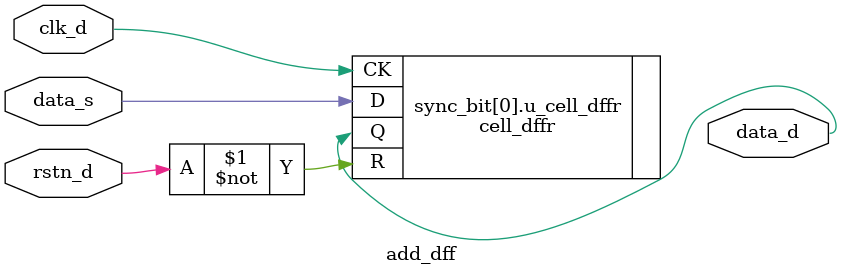
<source format=v>
module add_dff(
    // Outputs
    data_d,
    // Inputs
    data_s,
    clk_d,
    rstn_d
    );

    parameter DATA_WIDTH  = 1;

    input [DATA_WIDTH-1:0]  data_s;   // data vector in source domain, to be synced
    input                   clk_d;    // clock in destination domain
    input                   rstn_d;   // async reset in destination domain, active low
    output [DATA_WIDTH-1:0] data_d;   // data vector in destination domain

genvar i;
    generate
        for (i=0; i<DATA_WIDTH; i=i+1) begin: sync_bit
           cell_dffr  u_cell_dffr (
              .CK     (clk_d      ),
              .D      (data_s[i]  ),
              .R      (~rstn_d    ),
              .Q      (data_d[i]  )
              );
         end
    endgenerate
endmodule

</source>
